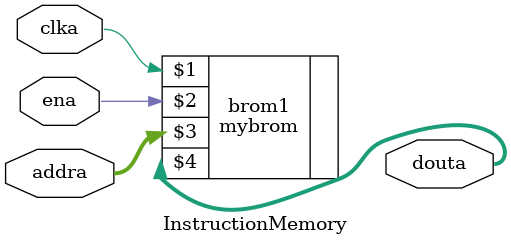
<source format=v>
`timescale 1ns / 1ps
module InstructionMemory(
	input clka,
	input ena,
	input [31 : 0] addra,
	output [31 : 0] douta
    );
	 mybrom brom1(
		  clka,
		  ena,
		  addra,
		  douta
		);
endmodule

</source>
